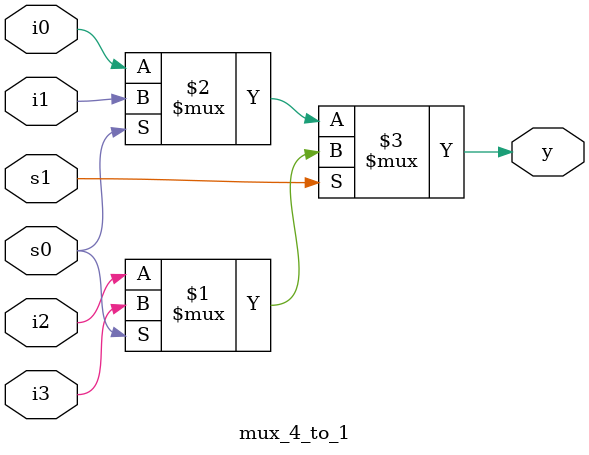
<source format=v>
`timescale 1ns / 1ps


module mux_4_to_1(
    input s1,
    input s0,
    input i3,
    input i2,
    input i1,
    input i0,
    output y
    );
assign y = s1 ? (s0 ? i3 : i2) : (s0 ? i1 : i0);
endmodule

</source>
